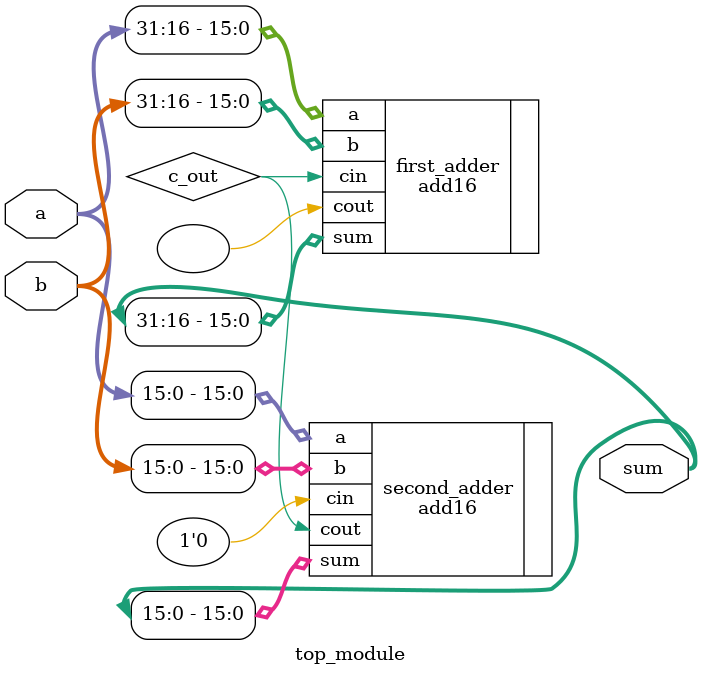
<source format=v>
module top_module(
    input [31:0] a,
    input [31:0] b,
    output [31:0] sum
);

    wire c_out;

    add16 second_adder (
        .a(a[15:0]),
        .b(b[15:0]),
        .cin(1'b0),
        .sum(sum[15:0]),
        .cout(c_out)
    );

    add16 first_adder (
        .a(a[31:16]),
        .b(b[31:16]),
        .cin(c_out),
        .sum(sum[31:16]),
        .cout() // no carry out used here
    );

endmodule

</source>
